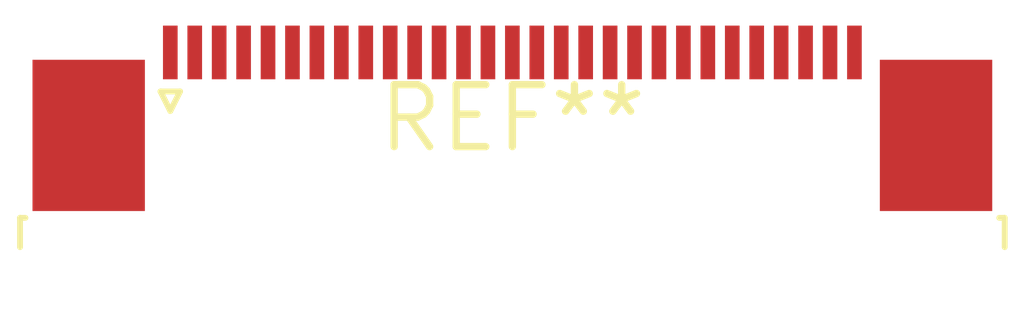
<source format=kicad_pcb>
(kicad_pcb (version 20240108) (generator pcbnew)
  (layers (0 "F.Cu" signal) (31 "B.Cu" signal) (34 "B.Paste" user) (35 "F.Paste" user) (36 "B.SilkS" user "B.Silkscreen") (37 "F.SilkS" user "F.Silkscreen") (38 "B.Mask" user) (39 "F.Mask" user) (44 "Edge.Cuts" user))
  (net 0 "")
  (footprint "TE_2-1734839-9_1x29-1MP_P0.5mm_Horizontal" (layer "F.Cu") (at 0 0)
    (property "Reference" "REF**")
    (property "Value" "PCB Edge")
    (fp_line (start -10.075 2.04) (end -10.075 2.64) (layer "F.SilkS") (stroke (width 0.12)))
    (fp_line (start -9.965 2.04) (end -10.075 2.04) (layer "F.SilkS") (stroke (width 0.12)))
    (fp_line (start -7.2 -0.55) (end -7 -0.15) (layer "F.SilkS") (stroke (width 0.12)))
    (fp_line (start -7 -0.15) (end -6.8 -0.55) (layer "F.SilkS") (stroke (width 0.12)))
    (fp_line (start -6.8 -0.55) (end -7.2 -0.55) (layer "F.SilkS") (stroke (width 0.12)))
    (fp_line (start 9.965 2.04) (end 10.075 2.04) (layer "F.SilkS") (stroke (width 0.12)))
    (fp_line (start 10.075 2.04) (end 10.075 2.64) (layer "F.SilkS") (stroke (width 0.12)))
    (pad "1" smd rect (at -7 -1.35) (size 0.3 1.1) (layers "F.Cu" "F.Paste" "F.Mask"))
    (pad "2" smd rect (at -6.5 -1.35) (size 0.3 1.1) (layers "F.Cu" "F.Paste" "F.Mask"))
    (pad "3" smd rect (at -6 -1.35) (size 0.3 1.1) (layers "F.Cu" "F.Paste" "F.Mask"))
    (pad "4" smd rect (at -5.5 -1.35) (size 0.3 1.1) (layers "F.Cu" "F.Paste" "F.Mask"))
    (pad "5" smd rect (at -5 -1.35) (size 0.3 1.1) (layers "F.Cu" "F.Paste" "F.Mask"))
    (pad "6" smd rect (at -4.5 -1.35) (size 0.3 1.1) (layers "F.Cu" "F.Paste" "F.Mask"))
    (pad "7" smd rect (at -4 -1.35) (size 0.3 1.1) (layers "F.Cu" "F.Paste" "F.Mask"))
    (pad "8" smd rect (at -3.5 -1.35) (size 0.3 1.1) (layers "F.Cu" "F.Paste" "F.Mask"))
    (pad "9" smd rect (at -3 -1.35) (size 0.3 1.1) (layers "F.Cu" "F.Paste" "F.Mask"))
    (pad "10" smd rect (at -2.5 -1.35) (size 0.3 1.1) (layers "F.Cu" "F.Paste" "F.Mask"))
    (pad "11" smd rect (at -2 -1.35) (size 0.3 1.1) (layers "F.Cu" "F.Paste" "F.Mask"))
    (pad "12" smd rect (at -1.5 -1.35) (size 0.3 1.1) (layers "F.Cu" "F.Paste" "F.Mask"))
    (pad "13" smd rect (at -1 -1.35) (size 0.3 1.1) (layers "F.Cu" "F.Paste" "F.Mask"))
    (pad "14" smd rect (at -0.5 -1.35) (size 0.3 1.1) (layers "F.Cu" "F.Paste" "F.Mask"))
    (pad "15" smd rect (at 0 -1.35) (size 0.3 1.1) (layers "F.Cu" "F.Paste" "F.Mask"))
    (pad "16" smd rect (at 0.5 -1.35) (size 0.3 1.1) (layers "F.Cu" "F.Paste" "F.Mask"))
    (pad "17" smd rect (at 1 -1.35) (size 0.3 1.1) (layers "F.Cu" "F.Paste" "F.Mask"))
    (pad "18" smd rect (at 1.5 -1.35) (size 0.3 1.1) (layers "F.Cu" "F.Paste" "F.Mask"))
    (pad "19" smd rect (at 2 -1.35) (size 0.3 1.1) (layers "F.Cu" "F.Paste" "F.Mask"))
    (pad "20" smd rect (at 2.5 -1.35) (size 0.3 1.1) (layers "F.Cu" "F.Paste" "F.Mask"))
    (pad "21" smd rect (at 3 -1.35) (size 0.3 1.1) (layers "F.Cu" "F.Paste" "F.Mask"))
    (pad "22" smd rect (at 3.5 -1.35) (size 0.3 1.1) (layers "F.Cu" "F.Paste" "F.Mask"))
    (pad "23" smd rect (at 4 -1.35) (size 0.3 1.1) (layers "F.Cu" "F.Paste" "F.Mask"))
    (pad "24" smd rect (at 4.5 -1.35) (size 0.3 1.1) (layers "F.Cu" "F.Paste" "F.Mask"))
    (pad "25" smd rect (at 5 -1.35) (size 0.3 1.1) (layers "F.Cu" "F.Paste" "F.Mask"))
    (pad "26" smd rect (at 5.5 -1.35) (size 0.3 1.1) (layers "F.Cu" "F.Paste" "F.Mask"))
    (pad "27" smd rect (at 6 -1.35) (size 0.3 1.1) (layers "F.Cu" "F.Paste" "F.Mask"))
    (pad "28" smd rect (at 6.5 -1.35) (size 0.3 1.1) (layers "F.Cu" "F.Paste" "F.Mask"))
    (pad "29" smd rect (at 7 -1.35) (size 0.3 1.1) (layers "F.Cu" "F.Paste" "F.Mask"))
    (pad "MP" smd rect (at -8.67 0.35) (size 2.3 3.1) (layers "F.Cu" "F.Paste" "F.Mask"))
    (pad "MP" smd rect (at 8.67 0.35) (size 2.3 3.1) (layers "F.Cu" "F.Paste" "F.Mask"))
  )
)
</source>
